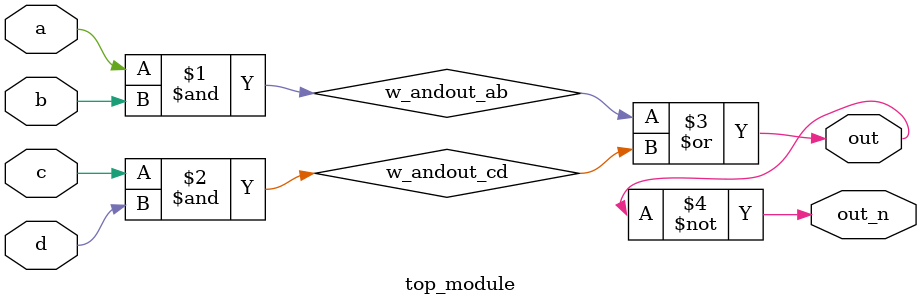
<source format=v>
`default_nettype none
module top_module(
    input a,
    input b,
    input c,
    input d,
    output out,
    output out_n   );
    wire w_andout_ab,w_andout_cd;
    assign w_andout_ab=a&b;
    and #1 g_and(w_andout_cd,c,d);
    assign out=w_andout_ab|w_andout_cd;
    assign out_n=~out;


endmodule

</source>
